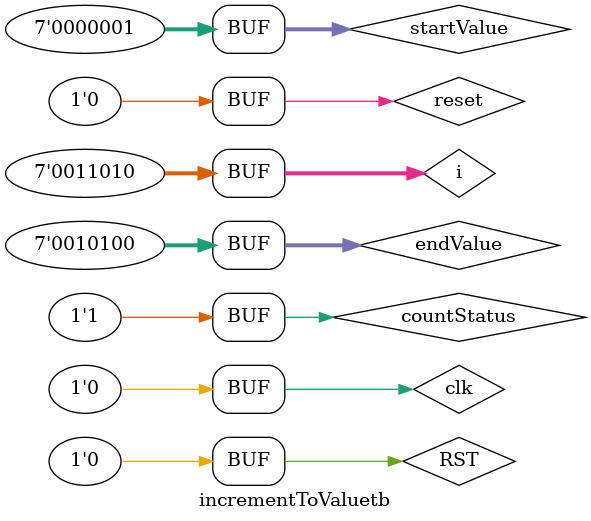
<source format=v>
`timescale 1ns / 1ps


module incrementToValuetb;

	// Inputs
	reg [6:0] startValue;
	reg [6:0] endValue;
	reg countStatus;
	reg reset;
	reg clk;
	reg RST;

	// Outputs
	wire [6:0] currentValue;
	
	// Debug stuff.
	reg [6:0] i;

	// Instantiate the Unit Under Test (UUT)
	incrementToValue uut (
		.startValue(startValue), 
		.endValue(endValue), 
		.countStatus(countStatus), 
		.reset(reset), 
		.clk(clk), 
		.RST(RST), 
		.currentValue(currentValue)
	);

	initial begin
		// Initialize Inputs
		startValue = 1;
		endValue = 20;
		countStatus = 1;
		reset = 0;
		clk = 0;
		RST = 0;

		// Wait 100 ns for global reset to finish
		#100;
        
		// Add stimulus here
		
		for(i = 0; i<=25; i = i + 1)
			begin
				clk=~clk;
				#10;
			end
		// Add stimulus here

	end
      
endmodule


</source>
